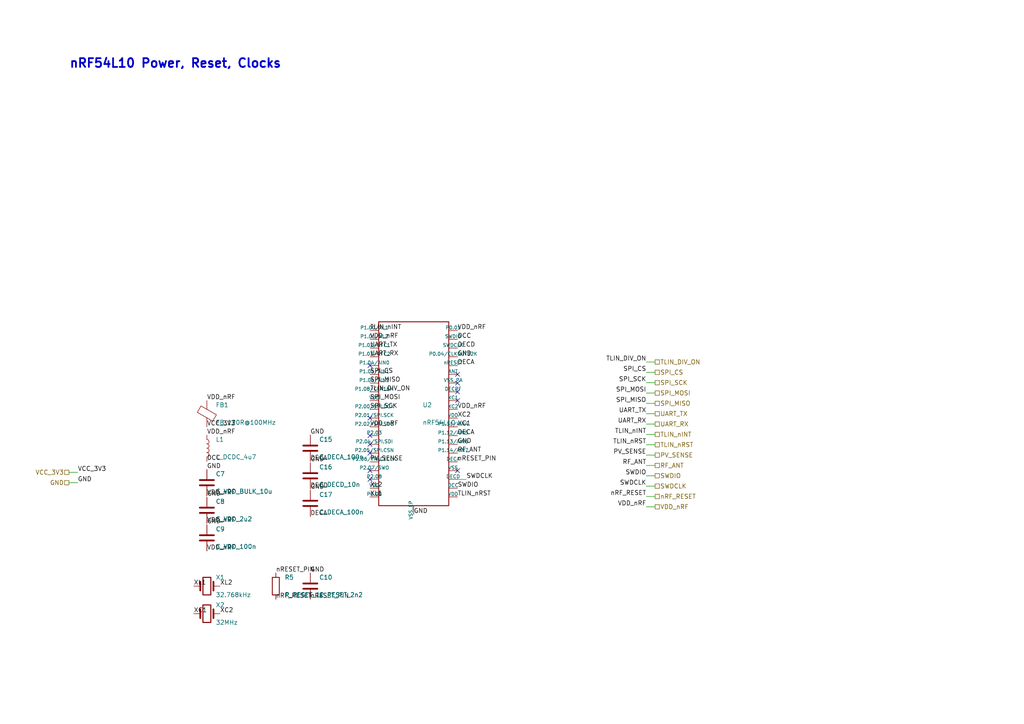
<source format=kicad_sch>
(kicad_sch (version 20250114) (generator "eeschema") (generator_version "9.0")
  (paper "A4")
  (lib_symbols
    (symbol "HVAC:nRF54L10_QFN40" (pin_names (offset 0)) (pin_numbers (hide yes))
      (property "Reference" "U" (at 0 30 0))
      (property "Value" "nRF54L10" (at 0 27 0))
      (symbol "nRF54L10_QFN40_1_1"
        (rectangle (start -10.16 26.67) (end 10.16 -26.67) (stroke (width 0.254)))
        (pin passive line (at -12.7 24.13 0) (length 2.54) (name "P1.00/XL1") (number "1"))
        (pin passive line (at -12.7 21.59 0) (length 2.54) (name "P1.01/XL2") (number "2"))
        (pin passive line (at -12.7 19.049999999999997 0) (length 2.54) (name "P1.02/NFC1") (number "3"))
        (pin passive line (at -12.7 16.509999999999998 0) (length 2.54) (name "P1.03/NFC2") (number "4"))
        (pin passive line (at -12.7 13.969999999999999 0) (length 2.54) (name "P1.04/AIN0") (number "5"))
        (pin passive line (at -12.7 11.43 0) (length 2.54) (name "P1.05/AIN1") (number "6"))
        (pin passive line (at -12.7 8.889999999999999 0) (length 2.54) (name "P1.06/AIN2") (number "7"))
        (pin passive line (at -12.7 6.349999999999998 0) (length 2.54) (name "P1.08/CLK16M") (number "8"))
        (pin passive line (at -12.7 3.8099999999999987 0) (length 2.54) (name "VDD") (number "9"))
        (pin passive line (at -12.7 1.2699999999999996 0) (length 2.54) (name "P2.00/SPI.DCX") (number "10"))
        (pin passive line (at -12.7 -1.2699999999999996 0) (length 2.54) (name "P2.01/SPI.SCK") (number "11"))
        (pin passive line (at -12.7 -3.8100000000000023 0) (length 2.54) (name "P2.02/SPI.SDO") (number "12"))
        (pin passive line (at -12.7 -6.350000000000001 0) (length 2.54) (name "P2.03") (number "13"))
        (pin passive line (at -12.7 -8.890000000000004 0) (length 2.54) (name "P2.04/SPI.SDI") (number "14"))
        (pin passive line (at -12.7 -11.430000000000003 0) (length 2.54) (name "P2.05/SPI.CSN") (number "15"))
        (pin passive line (at -12.7 -13.970000000000002 0) (length 2.54) (name "P2.06/TRACECLK") (number "16"))
        (pin passive line (at -12.7 -16.51 0) (length 2.54) (name "P2.07/SWO") (number "17"))
        (pin passive line (at -12.7 -19.05 0) (length 2.54) (name "P2.08") (number "18"))
        (pin passive line (at -12.7 -21.59 0) (length 2.54) (name "VDD") (number "19"))
        (pin passive line (at -12.7 -24.13 0) (length 2.54) (name "P0.00") (number "20"))
        (pin passive line (at 12.7 24.13 180) (length 2.54) (name "P0.01") (number "21"))
        (pin passive line (at 12.7 21.59 180) (length 2.54) (name "SWDIO") (number "22"))
        (pin passive line (at 12.7 19.049999999999997 180) (length 2.54) (name "SWDCLK") (number "23"))
        (pin passive line (at 12.7 16.509999999999998 180) (length 2.54) (name "P0.04/CLKOUT32K") (number "24"))
        (pin passive line (at 12.7 13.969999999999999 180) (length 2.54) (name "nRESET") (number "25"))
        (pin passive line (at 12.7 11.43 180) (length 2.54) (name "ANT") (number "26"))
        (pin passive line (at 12.7 8.889999999999999 180) (length 2.54) (name "VSS_PA") (number "27"))
        (pin passive line (at 12.7 6.349999999999998 180) (length 2.54) (name "DECRF") (number "28"))
        (pin passive line (at 12.7 3.8099999999999987 180) (length 2.54) (name "XC1") (number "29"))
        (pin passive line (at 12.7 1.2699999999999996 180) (length 2.54) (name "XC2") (number "30"))
        (pin passive line (at 12.7 -1.2699999999999996 180) (length 2.54) (name "VDD") (number "31"))
        (pin passive line (at 12.7 -3.8100000000000023 180) (length 2.54) (name "P1.11/AIN4") (number "32"))
        (pin passive line (at 12.7 -6.350000000000001 180) (length 2.54) (name "P1.12/AIN5") (number "33"))
        (pin passive line (at 12.7 -8.890000000000004 180) (length 2.54) (name "P1.13/AIN6") (number "34"))
        (pin passive line (at 12.7 -11.430000000000003 180) (length 2.54) (name "P1.14/AIN7") (number "35"))
        (pin passive line (at 12.7 -13.970000000000002 180) (length 2.54) (name "DECA") (number "36"))
        (pin passive line (at 12.7 -16.51 180) (length 2.54) (name "VSS") (number "37"))
        (pin passive line (at 12.7 -19.05 180) (length 2.54) (name "DECD") (number "38"))
        (pin passive line (at 12.7 -21.59 180) (length 2.54) (name "DCC") (number "39"))
        (pin passive line (at 12.7 -24.13 180) (length 2.54) (name "VDD") (number "40"))
        (pin passive line (at 0 -29.21 90) (length 2.54) (name "VSS_EP") (number "41"))
      )
    )
    (symbol "Connector_Generic:Conn_01x01" (pin_names (offset 1.016) (hide yes))
      (property "Reference" "J" (at 0 2.54 0))
      (property "Value" "Conn_01x01" (at 0 -2.54 0))
      (symbol "Conn_01x01_1_1"
        (rectangle (start -1.27 1.27) (end 1.27 -1.27) (stroke (width 0.254)) (fill (type background)))
        (rectangle (start -1.27 0.127) (end 0 -0.127) (stroke (width 0.1524)))
        (pin passive line (at -5.08 0 0) (length 3.81) (name "Pin_1") (number "1"))
      )
    )
    (symbol "Connector_Generic:Conn_01x03" (pin_names (offset 1.016) (hide yes))
      (property "Reference" "J" (at 0 5.08 0))
      (property "Value" "Conn_01x03" (at 0 -5.08 0))
      (symbol "Conn_01x03_1_1"
        (rectangle (start -1.27 3.81) (end 1.27 -3.81) (stroke (width 0.254)) (fill (type background)))
        (rectangle (start -1.27 2.667) (end 0 2.413) (stroke (width 0.1524)))
        (rectangle (start -1.27 0.127) (end 0 -0.127) (stroke (width 0.1524)))
        (rectangle (start -1.27 -2.413) (end 0 -2.667) (stroke (width 0.1524)))
        (pin passive line (at -5.08 2.54 0) (length 3.81) (name "Pin_1") (number "1"))
        (pin passive line (at -5.08 0 0) (length 3.81) (name "Pin_2") (number "2"))
        (pin passive line (at -5.08 -2.54 0) (length 3.81) (name "Pin_3") (number "3"))
      )
    )
    (symbol "Connector_Generic:Conn_01x05" (pin_names (offset 1.016) (hide yes))
      (property "Reference" "J" (at 0 7.62 0))
      (property "Value" "Conn_01x05" (at 0 -7.62 0))
      (symbol "Conn_01x05_1_1"
        (rectangle (start -1.27 6.35) (end 1.27 -6.35) (stroke (width 0.254)) (fill (type background)))
        (rectangle (start -1.27 5.207) (end 0 4.953) (stroke (width 0.1524)))
        (rectangle (start -1.27 2.667) (end 0 2.413) (stroke (width 0.1524)))
        (rectangle (start -1.27 0.127) (end 0 -0.127) (stroke (width 0.1524)))
        (rectangle (start -1.27 -2.413) (end 0 -2.667) (stroke (width 0.1524)))
        (rectangle (start -1.27 -4.953) (end 0 -5.207) (stroke (width 0.1524)))
        (pin passive line (at -5.08 5.08 0) (length 3.81) (name "Pin_1") (number "1"))
        (pin passive line (at -5.08 2.54 0) (length 3.81) (name "Pin_2") (number "2"))
        (pin passive line (at -5.08 0 0) (length 3.81) (name "Pin_3") (number "3"))
        (pin passive line (at -5.08 -2.54 0) (length 3.81) (name "Pin_4") (number "4"))
        (pin passive line (at -5.08 -5.08 0) (length 3.81) (name "Pin_5") (number "5"))
      )
    )
    (symbol "Device:Antenna_Chip" (pin_numbers (hide yes)) (pin_names (offset 1.016) (hide yes))
      (property "Reference" "AE" (at 0 5.08 0))
      (property "Value" "Antenna_Chip" (at 0 3.175 0))
      (symbol "Antenna_Chip_0_1"
        (polyline (pts (xy -2.54 0) (xy -2.54 -0.635)) (stroke (width 0.254)))
        (polyline (pts (xy -2.54 0) (xy -1.27 0)) (stroke (width 0.254)))
        (polyline (pts (xy -1.27 1.27) (xy -1.27 -1.27) (xy -1.27 0)) (stroke (width 0.254)))
        (polyline (pts (xy -0.635 1.27) (xy 0.635 1.27) (xy 0.635 -1.27) (xy -0.635 -1.27) (xy -0.635 1.27)) (stroke (width 0.254)))
        (polyline (pts (xy 1.27 1.27) (xy 1.27 -1.27)) (stroke (width 0.254)))
        (polyline (pts (xy 1.27 0) (xy 2.54 0)) (stroke (width 0.254)))
        (polyline (pts (xy 2.54 6.985) (xy 2.54 -1.905)) (stroke (width 0.254)))
        (polyline (pts (xy 2.54 -0.635) (xy 2.54 0)))
        (polyline (pts (xy 3.81 6.985) (xy 2.54 1.905) (xy 1.27 6.985)) (stroke (width 0.254)))
      )
      (symbol "Antenna_Chip_1_1"
        (pin input line (at -2.54 -2.54 90) (length 2.54) (name "FEED") (number "1"))
        (pin passive line (at 2.54 -2.54 90) (length 2.54) (name "PCB_Trace") (number "2"))
      )
    )
    (symbol "Device:C" (pin_numbers (hide yes)) (pin_names (offset 0.254))
      (property "Reference" "C" (at 0.635 2.54 0))
      (property "Value" "C" (at 0.635 -2.54 0))
      (symbol "C_0_1"
        (polyline (pts (xy -2.032 0.762) (xy 2.032 0.762)) (stroke (width 0.508)))
        (polyline (pts (xy -2.032 -0.762) (xy 2.032 -0.762)) (stroke (width 0.508)))
      )
      (symbol "C_1_1"
        (pin passive line (at 0 3.81 270) (length 2.794) (name "~") (number "1"))
        (pin passive line (at 0 -3.81 90) (length 2.794) (name "~") (number "2"))
      )
    )
    (symbol "Device:Crystal" (pin_numbers (hide yes)) (pin_names (offset 1.016) (hide yes))
      (property "Reference" "Y" (at 0 3.81 0))
      (property "Value" "Crystal" (at 0 -3.81 0))
      (symbol "Crystal_0_1"
        (polyline (pts (xy -2.54 0) (xy -1.905 0)))
        (polyline (pts (xy -1.905 -1.27) (xy -1.905 1.27)) (stroke (width 0.508)))
        (rectangle (start -1.143 2.54) (end 1.143 -2.54) (stroke (width 0.3048)))
        (polyline (pts (xy 1.905 -1.27) (xy 1.905 1.27)) (stroke (width 0.508)))
        (polyline (pts (xy 2.54 0) (xy 1.905 0)))
      )
      (symbol "Crystal_1_1"
        (pin passive line (at -3.81 0 0) (length 1.27) (name "1") (number "1"))
        (pin passive line (at 3.81 0 180) (length 1.27) (name "2") (number "2"))
      )
    )
    (symbol "Device:D" (pin_numbers (hide yes)) (pin_names (offset 1.016) (hide yes))
      (property "Reference" "D" (at 0 2.54 0))
      (property "Value" "D" (at 0 -2.54 0))
      (symbol "D_0_1"
        (polyline (pts (xy -1.27 1.27) (xy -1.27 -1.27)) (stroke (width 0.254)))
        (polyline (pts (xy 1.27 1.27) (xy 1.27 -1.27) (xy -1.27 0) (xy 1.27 1.27)) (stroke (width 0.254)))
        (polyline (pts (xy 1.27 0) (xy -1.27 0)))
      )
      (symbol "D_1_1"
        (pin passive line (at -3.81 0 0) (length 2.54) (name "K") (number "1"))
        (pin passive line (at 3.81 0 180) (length 2.54) (name "A") (number "2"))
      )
    )
    (symbol "Device:FerriteBead" (pin_numbers (hide yes)) (pin_names (offset 0))
      (property "Reference" "FB" (at -3.81 0.635 90))
      (property "Value" "FerriteBead" (at 3.81 0 90))
      (symbol "FerriteBead_0_1"
        (polyline (pts (xy -2.7686 0.4064) (xy -1.7018 2.2606) (xy 2.7686 -0.3048) (xy 1.6764 -2.159) (xy -2.7686 0.4064)))
        (polyline (pts (xy 0 1.27) (xy 0 1.2954)))
        (polyline (pts (xy 0 -1.27) (xy 0 -1.2192)))
      )
      (symbol "FerriteBead_1_1"
        (pin passive line (at 0 3.81 270) (length 2.54) (name "~") (number "1"))
        (pin passive line (at 0 -3.81 90) (length 2.54) (name "~") (number "2"))
      )
    )
    (symbol "Device:L" (pin_numbers (hide yes)) (pin_names (offset 1.016) (hide yes))
      (property "Reference" "L" (at -1.27 0 90))
      (property "Value" "L" (at 1.905 0 90))
      (symbol "L_0_1"
        (arc (start 0 2.54) (mid 0.6323 1.905) (end 0 1.27))
        (arc (start 0 1.27) (mid 0.6323 0.635) (end 0 0))
        (arc (start 0 0) (mid 0.6323 -0.635) (end 0 -1.27))
        (arc (start 0 -1.27) (mid 0.6323 -1.905) (end 0 -2.54))
      )
      (symbol "L_1_1"
        (pin passive line (at 0 3.81 270) (length 1.27) (name "1") (number "1"))
        (pin passive line (at 0 -3.81 90) (length 1.27) (name "2") (number "2"))
      )
    )
    (symbol "Device:R" (pin_numbers (hide yes)) (pin_names (offset 0))
      (property "Reference" "R" (at 2.032 0 90))
      (property "Value" "R" (at 0 0 90))
      (symbol "R_0_1"
        (rectangle (start -1.016 -2.54) (end 1.016 2.54) (stroke (width 0.254)))
      )
      (symbol "R_1_1"
        (pin passive line (at 0 3.81 270) (length 1.27) (name "~") (number "1"))
        (pin passive line (at 0 -3.81 90) (length 1.27) (name "~") (number "2"))
      )
    )
  )
  (text "nRF54L10 Power, Reset, Clocks" (at 20 20 0) (effects (font (size 2.54 2.54) (thickness 0.508) (bold yes)) (justify left bottom)))
  (hierarchical_label "VCC_3V3" (shape passive) (at 20 137 180))
  (hierarchical_label "GND" (shape passive) (at 20 140 180))
  (hierarchical_label "TLIN_DIV_ON" (shape passive) (at 190 105 0))
  (hierarchical_label "SPI_CS" (shape passive) (at 190 108 0))
  (hierarchical_label "SPI_SCK" (shape passive) (at 190 111 0))
  (hierarchical_label "SPI_MOSI" (shape passive) (at 190 114 0))
  (hierarchical_label "SPI_MISO" (shape passive) (at 190 117 0))
  (hierarchical_label "UART_TX" (shape passive) (at 190 120 0))
  (hierarchical_label "UART_RX" (shape passive) (at 190 123 0))
  (hierarchical_label "TLIN_nINT" (shape passive) (at 190 126 0))
  (hierarchical_label "TLIN_nRST" (shape passive) (at 190 129 0))
  (hierarchical_label "PV_SENSE" (shape passive) (at 190 132 0))
  (hierarchical_label "RF_ANT" (shape passive) (at 190 135 0))
  (hierarchical_label "SWDIO" (shape passive) (at 190 138 0))
  (hierarchical_label "SWDCLK" (shape passive) (at 190 141 0))
  (hierarchical_label "nRF_RESET" (shape passive) (at 190 144 0))
  (hierarchical_label "VDD_nRF" (shape passive) (at 190 147 0))
  (symbol (lib_id "HVAC:nRF54L10_QFN40") (at 120 120 0) (unit 1)
    (property "Reference" "U2" (at 122.54 117.46 0) (effects (justify left)))
    (property "Value" "nRF54L10" (at 122.54 122.54 0) (effects (justify left)))
  )
  (symbol (lib_id "Device:FerriteBead") (at 60 120 0) (unit 1)
    (property "Reference" "FB1" (at 62.54 117.46 0) (effects (justify left)))
    (property "Value" "FB_120R@100MHz" (at 62.54 122.54 0) (effects (justify left)))
  )
  (symbol (lib_id "Device:L") (at 60 130 0) (unit 1)
    (property "Reference" "L1" (at 62.54 127.46 0) (effects (justify left)))
    (property "Value" "L_DCDC_4u7" (at 62.54 132.54 0) (effects (justify left)))
  )
  (symbol (lib_id "Device:C") (at 60 140 0) (unit 1)
    (property "Reference" "C7" (at 62.54 137.46 0) (effects (justify left)))
    (property "Value" "C_VDD_BULK_10u" (at 62.54 142.54 0) (effects (justify left)))
  )
  (symbol (lib_id "Device:C") (at 60 148 0) (unit 1)
    (property "Reference" "C8" (at 62.54 145.46 0) (effects (justify left)))
    (property "Value" "C_VDD_2u2" (at 62.54 150.54 0) (effects (justify left)))
  )
  (symbol (lib_id "Device:C") (at 60 156 0) (unit 1)
    (property "Reference" "C9" (at 62.54 153.46 0) (effects (justify left)))
    (property "Value" "C_VDD_100n" (at 62.54 158.54 0) (effects (justify left)))
  )
  (symbol (lib_id "Device:R") (at 80 170 0) (unit 1)
    (property "Reference" "R5" (at 82.54 167.46 0) (effects (justify left)))
    (property "Value" "R_RESET_1k" (at 82.54 172.54 0) (effects (justify left)))
  )
  (symbol (lib_id "Device:C") (at 90 170 0) (unit 1)
    (property "Reference" "C10" (at 92.54 167.46 0) (effects (justify left)))
    (property "Value" "C_RESET_2n2" (at 92.54 172.54 0) (effects (justify left)))
  )
  (symbol (lib_id "Device:C") (at 90 130 0) (unit 1)
    (property "Reference" "C15" (at 92.54 127.46 0) (effects (justify left)))
    (property "Value" "C_DECA_100n" (at 92.54 132.54 0) (effects (justify left)))
  )
  (symbol (lib_id "Device:C") (at 90 138 0) (unit 1)
    (property "Reference" "C16" (at 92.54 135.46 0) (effects (justify left)))
    (property "Value" "C_DECD_10n" (at 92.54 140.54 0) (effects (justify left)))
  )
  (symbol (lib_id "Device:C") (at 90 146 0) (unit 1)
    (property "Reference" "C17" (at 92.54 143.46 0) (effects (justify left)))
    (property "Value" "C_DECA_100n" (at 92.54 148.54 0) (effects (justify left)))
  )
  (symbol (lib_id "Device:Crystal") (at 60 170 0) (unit 1)
    (property "Reference" "X1" (at 62.54 167.46 0) (effects (justify left)))
    (property "Value" "32.768kHz" (at 62.54 172.54 0) (effects (justify left)))
  )
  (symbol (lib_id "Device:Crystal") (at 60 178 0) (unit 1)
    (property "Reference" "X2" (at 62.54 175.46 0) (effects (justify left)))
    (property "Value" "32MHz" (at 62.54 180.54 0) (effects (justify left)))
  )
  (label "XL1" (at 107.3 144.13 0))
  (label "XL2" (at 107.3 141.59 0))
  (no_connect (at 107.3 139.05))
  (no_connect (at 107.3 136.51))
  (label "PV_SENSE" (at 107.3 133.97 0))
  (no_connect (at 107.3 131.43))
  (no_connect (at 107.3 128.89))
  (no_connect (at 107.3 126.35))
  (label "VDD_nRF" (at 107.3 123.81 0))
  (no_connect (at 107.3 121.27))
  (label "SPI_SCK" (at 107.3 118.73 0))
  (label "SPI_MOSI" (at 107.3 116.19 0))
  (label "TLIN_DIV_ON" (at 107.3 113.65 0))
  (label "SPI_MISO" (at 107.3 111.11 0))
  (label "SPI_CS" (at 107.3 108.57 0))
  (no_connect (at 107.3 106.03))
  (label "UART_RX" (at 107.3 103.49 0))
  (label "UART_TX" (at 107.3 100.95 0))
  (label "VDD_nRF" (at 107.3 98.41 0))
  (label "TLIN_nINT" (at 107.3 95.87 0))
  (label "TLIN_nRST" (at 132.7 144.13 0))
  (label "SWDIO" (at 132.7 141.59 0))
  (wire (pts (xy 132.7 139.05) (xy 135.24 139.05)))
  (label "SWDCLK" (at 135.24 139.05 0))
  (no_connect (at 132.7 136.51))
  (label "nRESET_PIN" (at 132.7 133.97 0))
  (label "RF_ANT" (at 132.7 131.43 0))
  (label "GND" (at 132.7 128.89 0))
  (label "DECA" (at 132.7 126.35 0))
  (label "XC1" (at 132.7 123.81 0))
  (label "XC2" (at 132.7 121.27 0))
  (label "VDD_nRF" (at 132.7 118.73 0))
  (no_connect (at 132.7 116.19))
  (no_connect (at 132.7 113.65))
  (no_connect (at 132.7 111.11))
  (no_connect (at 132.7 108.57))
  (label "DECA" (at 132.7 106.03 0))
  (label "GND" (at 132.7 103.49 0))
  (label "DECD" (at 132.7 100.95 0))
  (label "DCC" (at 132.7 98.41 0))
  (label "VDD_nRF" (at 132.7 95.87 0))
  (label "VCC_3V3" (at 60 123.81 0))
  (label "VDD_nRF" (at 60 116.19 0))
  (label "DCC" (at 60 133.81 0))
  (label "VDD_nRF" (at 60 126.19 0))
  (label "VDD_nRF" (at 60 143.81 0))
  (label "GND" (at 60 136.19 0))
  (label "VDD_nRF" (at 60 151.81 0))
  (label "GND" (at 60 144.19 0))
  (label "VDD_nRF" (at 60 159.81 0))
  (label "GND" (at 60 152.19 0))
  (label "DECA" (at 90 133.81 0))
  (label "GND" (at 90 126.19 0))
  (label "DECD" (at 90 141.81 0))
  (label "GND" (at 90 134.19 0))
  (label "DECA" (at 90 149.81 0))
  (label "GND" (at 90 142.19 0))
  (label "nRF_RESET" (at 80 173.81 0))
  (label "nRESET_PIN" (at 80 166.19 0))
  (label "nRESET_PIN" (at 90 173.81 0))
  (label "GND" (at 90 166.19 0))
  (label "XL1" (at 56.19 170 0))
  (label "XL2" (at 63.81 170 0))
  (label "XC1" (at 56.19 178 0))
  (label "XC2" (at 63.81 178 0))
  (label "GND" (at 120 149.21 0))
  (wire (pts (xy 20 137) (xy 22.54 137)))
  (label "VCC_3V3" (at 22.54 137 0))
  (wire (pts (xy 20 140) (xy 22.54 140)))
  (label "GND" (at 22.54 140 0))
  (wire (pts (xy 190 105) (xy 187.46 105)))
  (label "TLIN_DIV_ON" (at 187.46 105 0))
  (wire (pts (xy 190 108) (xy 187.46 108)))
  (label "SPI_CS" (at 187.46 108 0))
  (wire (pts (xy 190 111) (xy 187.46 111)))
  (label "SPI_SCK" (at 187.46 111 0))
  (wire (pts (xy 190 114) (xy 187.46 114)))
  (label "SPI_MOSI" (at 187.46 114 0))
  (wire (pts (xy 190 117) (xy 187.46 117)))
  (label "SPI_MISO" (at 187.46 117 0))
  (wire (pts (xy 190 120) (xy 187.46 120)))
  (label "UART_TX" (at 187.46 120 0))
  (wire (pts (xy 190 123) (xy 187.46 123)))
  (label "UART_RX" (at 187.46 123 0))
  (wire (pts (xy 190 126) (xy 187.46 126)))
  (label "TLIN_nINT" (at 187.46 126 0))
  (wire (pts (xy 190 129) (xy 187.46 129)))
  (label "TLIN_nRST" (at 187.46 129 0))
  (wire (pts (xy 190 132) (xy 187.46 132)))
  (label "PV_SENSE" (at 187.46 132 0))
  (wire (pts (xy 190 135) (xy 187.46 135)))
  (label "RF_ANT" (at 187.46 135 0))
  (wire (pts (xy 190 138) (xy 187.46 138)))
  (label "SWDIO" (at 187.46 138 0))
  (wire (pts (xy 190 141) (xy 187.46 141)))
  (label "SWDCLK" (at 187.46 141 0))
  (wire (pts (xy 190 144) (xy 187.46 144)))
  (label "nRF_RESET" (at 187.46 144 0))
  (wire (pts (xy 190 147) (xy 187.46 147)))
  (label "VDD_nRF" (at 187.46 147 0))
)
</source>
